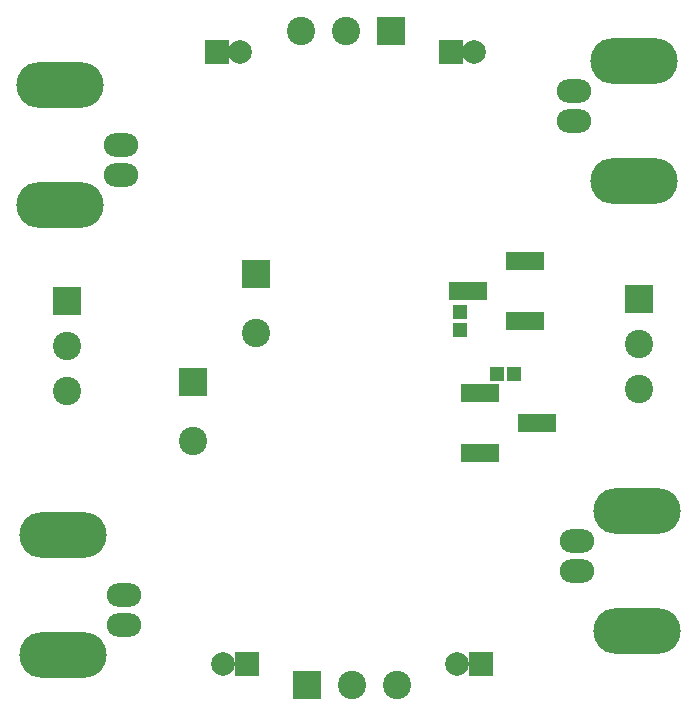
<source format=gts>
G04 #@! TF.FileFunction,Soldermask,Top*
%FSLAX46Y46*%
G04 Gerber Fmt 4.6, Leading zero omitted, Abs format (unit mm)*
G04 Created by KiCad (PCBNEW 4.0.7) date Fri Jun  8 12:20:10 2018*
%MOMM*%
%LPD*%
G01*
G04 APERTURE LIST*
%ADD10C,0.100000*%
%ADD11R,2.400000X2.400000*%
%ADD12C,2.400000*%
%ADD13R,1.150000X1.200000*%
%ADD14R,1.200000X1.150000*%
%ADD15R,3.190000X1.590000*%
%ADD16R,2.000000X2.000000*%
%ADD17C,2.000000*%
%ADD18O,7.400240X3.900120*%
%ADD19O,2.899360X2.000200*%
G04 APERTURE END LIST*
D10*
D11*
X158242000Y-115824000D03*
D12*
X158242000Y-120824000D03*
D13*
X180913000Y-111405000D03*
X180913000Y-109905000D03*
D14*
X183988000Y-115180000D03*
X185488000Y-115180000D03*
D12*
X147574000Y-116586000D03*
D11*
X147574000Y-108966000D03*
D12*
X147574000Y-112776000D03*
X196038000Y-116415000D03*
D11*
X196038000Y-108795000D03*
D12*
X196038000Y-112605000D03*
D15*
X186408000Y-110695000D03*
X181568000Y-108155000D03*
X186408000Y-105615000D03*
X182568000Y-116815000D03*
X187408000Y-119355000D03*
X182568000Y-121895000D03*
D11*
X163576000Y-106680000D03*
D12*
X163576000Y-111680000D03*
D16*
X182626000Y-139700000D03*
D17*
X180626000Y-139700000D03*
D16*
X162814000Y-139700000D03*
D17*
X160814000Y-139700000D03*
D12*
X175514000Y-141478000D03*
D11*
X167894000Y-141478000D03*
D12*
X171704000Y-141478000D03*
D18*
X147294600Y-138955780D03*
X147294600Y-128757680D03*
D19*
X152400000Y-133858000D03*
X152400000Y-136398000D03*
D18*
X195859400Y-126728220D03*
X195859400Y-136926320D03*
D19*
X190754000Y-131826000D03*
X190754000Y-129286000D03*
D16*
X160274000Y-87884000D03*
D17*
X162274000Y-87884000D03*
D16*
X180086000Y-87884000D03*
D17*
X182086000Y-87884000D03*
D12*
X167386000Y-86106000D03*
D11*
X175006000Y-86106000D03*
D12*
X171196000Y-86106000D03*
D18*
X195605400Y-88628220D03*
X195605400Y-98826320D03*
D19*
X190500000Y-93726000D03*
X190500000Y-91186000D03*
D18*
X147040600Y-100855780D03*
X147040600Y-90657680D03*
D19*
X152146000Y-95758000D03*
X152146000Y-98298000D03*
M02*

</source>
